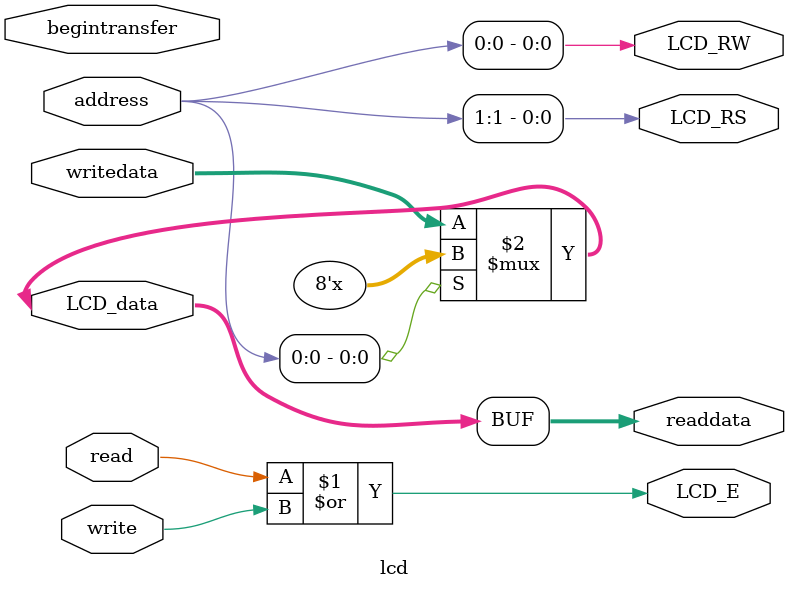
<source format=v>

`timescale 1ns / 1ps
// synthesis translate_on

// turn off superfluous verilog processor warnings 
// altera message_level Level1 
// altera message_off 10034 10035 10036 10037 10230 10240 10030 

module lcd (
             // inputs:
              address,
              begintransfer,
              read,
              write,
              writedata,

             // outputs:
              LCD_E,
              LCD_RS,
              LCD_RW,
              LCD_data,
              readdata
           )
;

  output           LCD_E;
  output           LCD_RS;
  output           LCD_RW;
  inout   [  7: 0] LCD_data;
  output  [  7: 0] readdata;
  input   [  1: 0] address;
  input            begintransfer;
  input            read;
  input            write;
  input   [  7: 0] writedata;

  wire             LCD_E;
  wire             LCD_RS;
  wire             LCD_RW;
  wire    [  7: 0] LCD_data;
  wire    [  7: 0] readdata;
  assign LCD_RW = address[0];
  assign LCD_RS = address[1];
  assign LCD_E = read | write;
  assign LCD_data = (address[0]) ? 8'bz : writedata;
  assign readdata = LCD_data;
  //control_slave, which is an e_avalon_slave

endmodule


</source>
